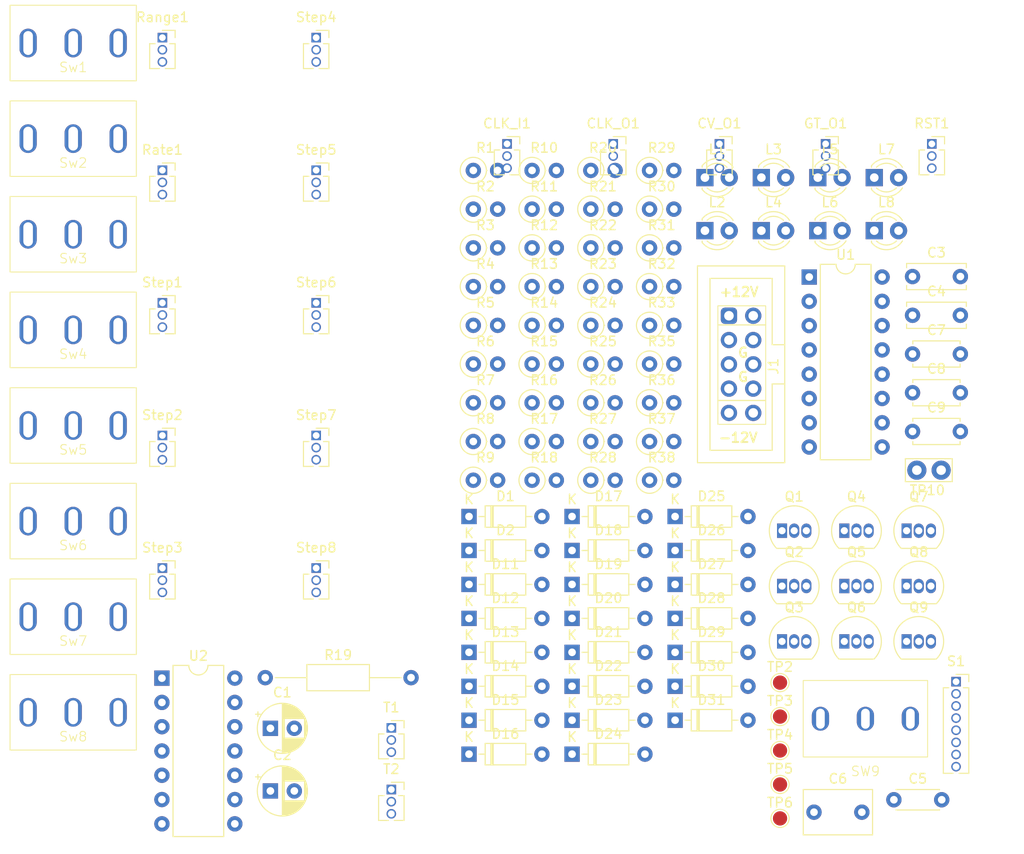
<source format=kicad_pcb>
(kicad_pcb (version 20221018) (generator pcbnew)
  (layers (0 "F.Cu" signal) (31 "B.Cu" signal) (34 "B.Paste" user) (35 "F.Paste" user) (36 "B.SilkS" user "B.Silkscreen") (37 "F.SilkS" user "F.Silkscreen") (38 "B.Mask" user) (39 "F.Mask" user) (44 "Edge.Cuts" user))
  (net 0 "")
  (net 1 "Earth")
  (net 2 "-12V")
  (net 3 "+12V")
  (net 4 "Net-(RST1-T)")
  (net 5 "Net-(D20-A)")
  (net 6 "Net-(U2A--)")
  (net 7 "Net-(CLK_I1-TN)")
  (net 8 "Net-(CLK_I1-T)")
  (net 9 "Net-(CLK_O1-T)")
  (net 11 "Net-(CV_O1-T)")
  (net 12 "/-12IN")
  (net 13 "Net-(D1-A)")
  (net 14 "Net-(D2-K)")
  (net 15 "/+12IN")
  (net 16 "Steps_CV_Out")
  (net 17 "Net-(D11-A)")
  (net 18 "Net-(D12-A)")
  (net 19 "Net-(D13-A)")
  (net 20 "Net-(D14-A)")
  (net 21 "Net-(D15-A)")
  (net 22 "Net-(D16-A)")
  (net 23 "Net-(D17-A)")
  (net 24 "Net-(D18-A)")
  (net 25 "Reset")
  (net 26 "Net-(D19-A)")
  (net 27 "Net-(D21-K)")
  (net 28 "Steps_Trig_Out")
  (net 29 "Net-(D22-A)")
  (net 30 "Net-(D23-A)")
  (net 31 "Net-(D24-A)")
  (net 32 "Net-(D25-A)")
  (net 33 "Net-(D26-A)")
  (net 34 "Net-(D27-A)")
  (net 35 "Net-(D28-A)")
  (net 36 "Net-(D29-A)")
  (net 37 "Clock")
  (net 38 "Net-(D30-A)")
  (net 39 "Net-(D31-K)")
  (net 40 "Net-(D31-A)")
  (net 41 "Net-(GT_O1-T)")
  (net 42 "Net-(L1-K)")
  (net 43 "Net-(L1-A)")
  (net 44 "Net-(L2-K)")
  (net 45 "Net-(L2-A)")
  (net 46 "Net-(L3-K)")
  (net 47 "Net-(L3-A)")
  (net 48 "Net-(L4-K)")
  (net 49 "Net-(L4-A)")
  (net 50 "Net-(L5-K)")
  (net 51 "Net-(L5-A)")
  (net 52 "Net-(L6-K)")
  (net 53 "Net-(L6-A)")
  (net 54 "Net-(L7-K)")
  (net 55 "Net-(L7-A)")
  (net 56 "Net-(L8-K)")
  (net 57 "Net-(L8-A)")
  (net 58 "Net-(Q1-B)")
  (net 59 "Net-(Q2-B)")
  (net 60 "Net-(Q3-B)")
  (net 61 "Net-(Q4-B)")
  (net 62 "Net-(Q5-B)")
  (net 63 "Net-(Q6-B)")
  (net 64 "Net-(Q7-B)")
  (net 65 "Net-(Q8-B)")
  (net 66 "Net-(Q9-E)")
  (net 67 "Step1")
  (net 68 "Step2")
  (net 69 "Step3")
  (net 70 "Step4")
  (net 71 "Step5")
  (net 72 "Step6")
  (net 73 "Step7")
  (net 74 "Step8")
  (net 75 "Net-(R19-Pad2)")
  (net 76 "Net-(U2D--)")
  (net 77 "Net-(U2A-+)")
  (net 78 "Net-(R25-Pad2)")
  (net 79 "Net-(U2C--)")
  (net 80 "Net-(SW9-C)")
  (net 81 "Net-(SW9-B)")
  (net 82 "Net-(R38-Pad2)")
  (net 83 "Net-(Range1-Pad1)")
  (net 84 "Net-(U2D-+)")
  (net 85 "Net-(Range1-Pad3)")
  (net 86 "Step9")
  (footprint "Resistor_THT:R_Axial_DIN0207_L6.3mm_D2.5mm_P2.54mm_Vertical" (layer "F.Cu") (at -44.605 35.555)
    (fp_text reference "R29" (at 1.27 -2.37) (layer "F.SilkS"))
    (fp_text value "47K")
    (pad "1" thru_hole circle (at 0 0) (size 1.6 1.6) (drill 0.8) (layers "*.Cu" "*.Mask") (net 1 "Earth"))
    (pad "2" thru_hole oval (at 2.54 0) (size 1.6 1.6) (drill 0.8) (layers "*.Cu" "*.Mask") (net 79 "Net-(U2C--)"))
  )
  (footprint "Diode_THT:D_DO-35_SOD27_P7.62mm_Horizontal" (layer "F.Cu") (at -52.705 89.505)
    (fp_text reference "D22" (at 3.81 -2.12) (layer "F.SilkS"))
    (fp_text value "1N4148")
    (fp_text user "K" (at 0 -1.8) (layer "F.SilkS"))
    (pad "1" thru_hole rect (at 0 0) (size 1.6 1.6) (drill 0.8) (layers "*.Cu" "*.Mask") (net 28 "Steps_Trig_Out"))
    (pad "2" thru_hole oval (at 7.62 0) (size 1.6 1.6) (drill 0.8) (layers "*.Cu" "*.Mask") (net 29 "Net-(D22-A)"))
  )
  (footprint "LED_THT:LED_D3.0mm" (layer "F.Cu") (at -32.915 41.855)
    (fp_text reference "L4" (at 1.27 -2.96) (layer "F.SilkS"))
    (fp_text value "LED")
    (pad "1" thru_hole rect (at 0 0) (size 1.8 1.8) (drill 0.9) (layers "*.Cu" "*.Mask") (net 48 "Net-(L4-K)"))
    (pad "2" thru_hole circle (at 2.54 0) (size 1.8 1.8) (drill 0.9) (layers "*.Cu" "*.Mask") (net 49 "Net-(L4-A)"))
  )
  (footprint "Resistor_THT:R_Axial_DIN0207_L6.3mm_D2.5mm_P2.54mm_Vertical" (layer "F.Cu") (at -56.885 59.855)
    (fp_text reference "R16" (at 1.27 -2.37) (layer "F.SilkS"))
    (fp_text value "100K")
    (pad "1" thru_hole circle (at 0 0) (size 1.6 1.6) (drill 0.8) (layers "*.Cu" "*.Mask") (net 72 "Step6"))
    (pad "2" thru_hole oval (at 2.54 0) (size 1.6 1.6) (drill 0.8) (layers "*.Cu" "*.Mask") (net 63 "Net-(Q6-B)"))
  )
  (footprint "Resistor_THT:R_Axial_DIN0207_L6.3mm_D2.5mm_P2.54mm_Vertical" (layer "F.Cu") (at -63.025 35.555)
    (fp_text reference "R1" (at 1.27 -2.37) (layer "F.SilkS"))
    (fp_text value "10R")
    (pad "1" thru_hole circle (at 0 0) (size 1.6 1.6) (drill 0.8) (layers "*.Cu" "*.Mask") (net 13 "Net-(D1-A)"))
    (pad "2" thru_hole oval (at 2.54 0) (size 1.6 1.6) (drill 0.8) (layers "*.Cu" "*.Mask") (net 2 "-12V"))
  )
  (footprint "Resistor_THT:R_Axial_DIN0207_L6.3mm_D2.5mm_P2.54mm_Vertical" (layer "F.Cu") (at -56.885 55.805)
    (fp_text reference "R15" (at 1.27 -2.37) (layer "F.SilkS"))
    (fp_text value "100K")
    (pad "1" thru_hole circle (at 0 0) (size 1.6 1.6) (drill 0.8) (layers "*.Cu" "*.Mask") (net 71 "Step5"))
    (pad "2" thru_hole oval (at 2.54 0) (size 1.6 1.6) (drill 0.8) (layers "*.Cu" "*.Mask") (net 62 "Net-(Q5-B)"))
  )
  (footprint "Diode_THT:D_DO-35_SOD27_P7.62mm_Horizontal" (layer "F.Cu") (at -52.705 78.855)
    (fp_text reference "D19" (at 3.81 -2.12) (layer "F.SilkS"))
    (fp_text value "1N4148")
    (fp_text user "K" (at 0 -1.8) (layer "F.SilkS"))
    (pad "1" thru_hole rect (at 0 0) (size 1.6 1.6) (drill 0.8) (layers "*.Cu" "*.Mask") (net 25 "Reset"))
    (pad "2" thru_hole oval (at 7.62 0) (size 1.6 1.6) (drill 0.8) (layers "*.Cu" "*.Mask") (net 26 "Net-(D19-A)"))
  )
  (footprint "Resistor_THT:R_Axial_DIN0207_L6.3mm_D2.5mm_P2.54mm_Vertical" (layer "F.Cu") (at -63.025 39.605)
    (fp_text reference "R2" (at 1.27 -2.37) (layer "F.SilkS"))
    (fp_text value "10R")
    (pad "1" thru_hole circle (at 0 0) (size 1.6 1.6) (drill 0.8) (layers "*.Cu" "*.Mask") (net 14 "Net-(D2-K)"))
    (pad "2" thru_hole oval (at 2.54 0) (size 1.6 1.6) (drill 0.8) (layers "*.Cu" "*.Mask") (net 3 "+12V"))
  )
  (footprint "Capacitor_THT:C_Disc_D4.7mm_W2.5mm_P5.00mm" (layer "F.Cu") (at -17.115 58.805)
    (fp_text reference "C8" (at 2.5 -2.5) (layer "F.SilkS"))
    (fp_text value "0.1uF")
    (pad "1" thru_hole circle (at 0 0) (size 1.6 1.6) (drill 0.8) (layers "*.Cu" "*.Mask") (net 3 "+12V"))
    (pad "2" thru_hole circle (at 5 0) (size 1.6 1.6) (drill 0.8) (layers "*.Cu" "*.Mask") (net 1 "Earth"))
  )
  (footprint "My_Library:SPDT ON-ON sw" (layer "F.Cu") (at -104.85 22.23)
    (fp_text reference "Sw1" (at 0 2.54 unlocked) (layer "F.SilkS") (effects (font (thickness 0.1))))
    (fp_text value "SP,DT")
    (pad "1" thru_hole oval (at -4.711275 -0.000725) (size 1.8 3) (drill oval 1 2.5) (layers "*.Cu" "*.Mask") (net 36 "Net-(D29-A)"))
    (pad "2" thru_hole oval (at 0 0) (size 1.8 3) (drill oval 1 2.5) (layers "*.Cu" "*.Mask") (net 67 "Step1"))
    (pad "3" thru_hole oval (at 4.701666 0.00006) (size 1.8 3) (drill oval 1 2.5) (layers "*.Cu" "*.Mask") (net 1 "Earth"))
  )
  (footprint "Package_TO_SOT_THT:TO-92_Inline" (layer "F.Cu") (at -17.735 84.815)
    (fp_text reference "Q9" (at 1.27 -3.56) (layer "F.SilkS"))
    (fp_text value "BC548")
    (pad "1" thru_hole rect (at 0 0) (size 1.05 1.5) (drill 0.75) (layers "*.Cu" "*.Mask") (net 3 "+12V"))
    (pad "2" thru_hole oval (at 1.27 0) (size 1.05 1.5) (drill 0.75) (layers "*.Cu" "*.Mask") (net 39 "Net-(D31-K)"))
    (pad "3" thru_hole oval (at 2.54 0) (size 1.05 1.5) (drill 0.75) (layers "*.Cu" "*.Mask") (net 66 "Net-(Q9-E)"))
  )
  (footprint "LED_THT:LED_D3.0mm" (layer "F.Cu") (at -27.015 36.305)
    (fp_text reference "L5" (at 1.27 -2.96) (layer "F.SilkS"))
    (fp_text value "LED")
    (pad "1" thru_hole rect (at 0 0) (size 1.8 1.8) (drill 0.9) (layers "*.Cu" "*.Mask") (net 50 "Net-(L5-K)"))
    (pad "2" thru_hole circle (at 2.54 0) (size 1.8 1.8) (drill 0.9) (layers "*.Cu" "*.Mask") (net 51 "Net-(L5-A)"))
  )
  (footprint "Package_TO_SOT_THT:TO-92_Inline" (layer "F.Cu") (at -30.755 73.235)
    (fp_text reference "Q1" (at 1.27 -3.56) (layer "F.SilkS"))
    (fp_text value "2N3904")
    (pad "1" thru_hole rect (at 0 0) (size 1.05 1.5) (drill 0.75) (layers "*.Cu" "*.Mask") (net 1 "Earth"))
    (pad "2" thru_hole oval (at 1.27 0) (size 1.05 1.5) (drill 0.75) (layers "*.Cu" "*.Mask") (net 58 "Net-(Q1-B)"))
    (pad "3" thru_hole oval (at 2.54 0) (size 1.05 1.5) (drill 0.75) (layers "*.Cu" "*.Mask") (net 42 "Net-(L1-K)"))
  )
  (footprint "Resistor_THT:R_Axial_DIN0207_L6.3mm_D2.5mm_P2.54mm_Vertical" (layer "F.Cu") (at -56.885 67.955)
    (fp_text reference "R18" (at 1.27 -2.37) (layer "F.SilkS"))
    (fp_text value "100K")
    (pad "1" thru_hole circle (at 0 0) (size 1.6 1.6) (drill 0.8) (layers "*.Cu" "*.Mask") (net 74 "Step8"))
    (pad "2" thru_hole oval (at 2.54 0) (size 1.6 1.6) (drill 0.8) (layers "*.Cu" "*.Mask") (net 65 "Net-(Q8-B)"))
  )
  (footprint "Resistor_THT:R_Axial_DIN0207_L6.3mm_D2.5mm_P2.54mm_Vertical" (layer "F.Cu") (at -44.605 47.705)
    (fp_text reference "R32" (at 1.27 -2.37) (layer "F.SilkS"))
    (fp_text value "47K")
    (pad "1" thru_hole circle (at 0 0) (size 1.6 1.6) (drill 0.8) (layers "*.Cu" "*.Mask") (net 1 "Earth"))
    (pad "2" thru_hole oval (at 2.54 0) (size 1.6 1.6) (drill 0.8) (layers "*.Cu" "*.Mask") (net 66 "Net-(Q9-E)"))
  )
  (footprint "Capacitor_THT:CP_Radial_D5.0mm_P2.50mm" (layer "F.Cu") (at -84.235225 93.905)
    (fp_text reference "C1" (at 1.25 -3.75) (layer "F.SilkS"))
    (fp_text value "47uF")
    (pad "1" thru_hole rect (at 0 0) (size 1.6 1.6) (drill 0.8) (layers "*.Cu" "*.Mask") (net 1 "Earth"))
    (pad "2" thru_hole circle (at 2.5 0) (size 1.6 1.6) (drill 0.8) (layers "*.Cu" "*.Mask") (net 2 "-12V"))
  )
  (footprint "Resistor_THT:R_Axial_DIN0207_L6.3mm_D2.5mm_P2.54mm_Vertical" (layer "F.Cu") (at -63.025 43.655)
    (fp_text reference "R3" (at 1.27 -2.37) (layer "F.SilkS"))
    (fp_text value "1K")
    (pad "1" thru_hole circle (at 0 0) (size 1.6 1.6) (drill 0.8) (layers "*.Cu" "*.Mask") (net 3 "+12V"))
    (pad "2" thru_hole oval (at 2.54 0) (size 1.6 1.6) (drill 0.8) (layers "*.Cu" "*.Mask") (net 43 "Net-(L1-A)"))
  )
  (footprint "Capacitor_THT:C_Disc_D4.3mm_W1.9mm_P5.00mm" (layer "F.Cu") (at -19.065 101.375)
    (fp_text reference "C5" (at 2.5 -2.2) (layer "F.SilkS"))
    (fp_text value "1nF")
    (pad "1" thru_hole circle (at 0 0) (size 1.6 1.6) (drill 0.8) (layers "*.Cu" "*.Mask") (net 4 "Net-(RST1-T)"))
    (pad "2" thru_hole circle (at 5 0) (size 1.6 1.6) (drill 0.8) (layers "*.Cu" "*.Mask") (net 5 "Net-(D20-A)"))
  )
  (footprint "TestPoint:TestPoint_Pad_D1.5mm" (layer "F.Cu") (at -30.965 99.775)
    (fp_text reference "TP5" (at 0 -1.648) (layer "F.SilkS"))
    (fp_text value "D")
    (pad "1" smd circle (at 0 0) (size 1.5 1.5) (layers "F.Cu" "F.Mask") (net 6 "Net-(U2A--)"))
  )
  (footprint "Connector_PinSocket_1.27mm:PinSocket_1x03_P1.27mm_Vertical" (layer "F.Cu") (at -71.595 93.855)
    (fp_text reference "T1" (at 0 -2.135) (layer "F.SilkS"))
    (fp_text value "10K")
    (pad "1" thru_hole rect (at 0 0) (size 1 1) (drill 0.7) (layers "*.Cu" "*.Mask") (net 75 "Net-(R19-Pad2)"))
    (pad "2" thru_hole oval (at 0 1.27) (size 1 1) (drill 0.7) (layers "*.Cu" "*.Mask") (net 83 "Net-(Range1-Pad1)"))
    (pad "3" thru_hole oval (at 0 2.54) (size 1 1) (drill 0.7) (layers "*.Cu" "*.Mask"))
  )
  (footprint "Capacitor_THT:C_Rect_L7.0mm_W4.5mm_P5.00mm" (layer "F.Cu") (at -27.415 102.675)
    (fp_text reference "C6" (at 2.5 -3.5) (layer "F.SilkS"))
    (fp_text value "1uF")
    (pad "1" thru_hole circle (at 0 0) (size 1.6 1.6) (drill 0.8) (layers "*.Cu" "*.Mask") (net 1 "Earth"))
    (pad "2" thru_hole circle (at 5 0) (size 1.6 1.6) (drill 0.8) (layers "*.Cu" "*.Mask") (net 6 "Net-(U2A--)"))
  )
  (footprint "Diode_THT:D_DO-35_SOD27_P7.62mm_Horizontal" (layer "F.Cu") (at -63.475 93.055)
    (fp_text reference "D15" (at 3.81 -2.12) (layer "F.SilkS"))
    (fp_text value "1N4148")
    (fp_text user "K" (at 0 -1.8) (layer "F.SilkS"))
    (pad "1" thru_hole rect (at 0 0) (size 1.6 1.6) (drill 0.8) (layers "*.Cu" "*.Mask") (net 16 "Steps_CV_Out"))
    (pad "2" thru_hole oval (at 7.62 0) (size 1.6 1.6) (drill 0.8) (layers "*.Cu" "*.Mask") (net 21 "Net-(D15-A)"))
  )
  (footprint "Resistor_THT:R_Axial_DIN0207_L6.3mm_D2.5mm_P2.54mm_Vertical" (layer "F.Cu") (at -44.605 55.805)
    (fp_text reference "R35" (at 1.27 -2.37) (layer "F.SilkS"))
    (fp_text value "200R")
    (pad "1" thru_hole circle (at 0 0) (size 1.6 1.6) (drill 0.8) (layers "*.Cu" "*.Mask") (net 66 "Net-(Q9-E)"))
    (pad "2" thru_hole oval (at 2.54 0) (size 1.6 1.6) (drill 0.8) (layers "*.Cu" "*.Mask") (net 41 "Net-(GT_O1-T)"))
  )
  (footprint "LED_THT:LED_D3.0mm" (layer "F.Cu") (at -27.015 41.855)
    (fp_text reference "L6" (at 1.27 -2.96) (layer "F.SilkS"))
    (fp_text value "LED")
    (pad "1" thru_hole rect (at 0 0) (size 1.8 1.8) (drill 0.9) (layers "*.Cu" "*.Mask") (net 52 "Net-(L6-K)"))
    (pad "2" thru_hole circle (at 2.54 0) (size 1.8 1.8) (drill 0.9) (layers "*.Cu" "*.Mask") (net 53 "Net-(L6-A)"))
  )
  (footprint "Diode_THT:D_DO-35_SOD27_P7.62mm_Horizontal" (layer "F.Cu") (at -63.475 75.305)
    (fp_text reference "D2" (at 3.81 -2.12) (layer "F.SilkS"))
    (fp_text value "1N5819")
    (fp_text user "K" (at 0 -1.8) (layer "F.SilkS"))
    (pad "1" thru_hole rect (at 0 0) (size 1.6 1.6) (drill 0.8) (layers "*.Cu" "*.Mask") (net 14 "Net-(D2-K)"))
    (pad "2" thru_hole oval (at 7.62 0) (size 1.6 1.6) (drill 0.8) (layers "*.Cu" "*.Mask") (net 15 "/+12IN"))
  )
  (footprint "Resistor_THT:R_Axial_DIN0207_L6.3mm_D2.5mm_P2.54mm_Vertical" (layer "F.Cu") (at -56.885 47.705)
    (fp_text reference "R13" (at 1.27 -2.37) (layer "F.SilkS"))
    (fp_text value "1K")
    (pad "1" thru_hole circle (at 0 0) (size 1.6 1.6) (drill 0.8) (layers "*.Cu" "*.Mask") (net 3 "+12V"))
    (pad "2" thru_hole oval (at 2.54 0) (size 1.6 1.6) (drill 0.8) (layers "*.Cu" "*.Mask") (net 55 "Net-(L7-A)"))
  )
  (footprint "My_Library:SPDT ON-ON sw" (layer "F.Cu") (at -104.85 72.23)
    (fp_text reference "Sw6" (at 0 2.54 unlocked) (layer "F.SilkS") (effects (font (thickness 0.1))))
    (fp_text value "SP,DT")
    (pad "1" thru_hole oval (at -4.711275 -0.000725) (size 1.8 3) (drill oval 1 2.5) (layers "*.Cu" "*.Mask") (net 31 "Net-(D24-A)"))
    (pad "2" thru_hole oval (at 0 0) (size 1.8 3) (drill oval 1 2.5) (layers "*.Cu" "*.Mask") (net 72 "Step6"))
    (pad "3" thru_hole oval (at 4.701666 0.00006) (size 1.8 3) (drill oval 1 2.5) (layers "*.Cu" "*.Mask") (net 1 "Earth"))
  )
  (footprint "Resistor_THT:R_Axial_DIN0207_L6.3mm_D2.5mm_P2.54mm_Vertical" (layer "F.Cu") (at -63.025 51.755)
    (fp_text reference "R5" (at 1.27 -2.37) (layer "F.SilkS"))
    (fp_text value "1K")
    (pad "1" thru_hole circle (at 0 0) (size 1.6 1.6) (drill 0.8) (layers "*.Cu" "*.Mask") (net 3 "+12V"))
    (pad "2" thru_hole oval (at 2.54 0) (size 1.6 1.6) (drill 0.8) (layers "*.Cu" "*.Mask") (net 45 "Net-(L2-A)"))
  )
  (footprint "LED_THT:LED_D3.0mm" (layer "F.Cu") (at -21.115 36.305)
    (fp_text reference "L7" (at 1.27 -2.96) (layer "F.SilkS"))
    (fp_text value "LED")
    (pad "1" thru_hole rect (at 0 0) (size 1.8 1.8) (drill 0.9) (layers "*.Cu" "*.Mask") (net 54 "Net-(L7-K)"))
    (pad "2" thru_hole circle (at 2.54 0) (size 1.8 1.8) (drill 0.9) (layers "*.Cu" "*.Mask") (net 55 "Net-(L7-A)"))
  )
  (footprint "Diode_THT:D_DO-35_SOD27_P7.62mm_Horizontal" (layer "F.Cu") (at -52.705 85.955)
    (fp_text reference "D21" (at 3.81 -2.12) (layer "F.SilkS"))
    (fp_text value "1N4148")
    (fp_text user "K" (at 0 -1.8) (layer "F.SilkS"))
    (pad "1" thru_hole rect (at 0 0) (size 1.6 1.6) (drill 0.8) (layers "*.Cu" "*.Mask") (net 27 "Net-(D21-K)"))
    (pad "2" thru_hole oval (at 7.62 0) (size 1.6 1.6) (drill 0.8) (layers "*.Cu" "*.Mask") (net 8 "Net-(CLK_I1-T)"))
  )
  (footprint "LED_THT:LED_D3.0mm" (layer "F.Cu") (at -38.815 36.305)
    (fp_text reference "L1" (at 1.27 -2.96) (layer "F.SilkS"))
    (fp_text value "LED")
    (pad "1" thru_hole rect (at 0 0) (size 1.8 1.8) (drill 0.9) (layers "*.Cu" "*.Mask") (net 42 "Net-(L1-K)"))
    (pad "2" thru_hole circle (at 2.54 0) (size 1.8 1.8) (drill 0.9) (layers "*.Cu" "*.Mask") (net 43 "Net-(L1-A)"))
  )
  (footprint "Resistor_THT:R_Axial_DIN0207_L6.3mm_D2.5mm_P2.54mm_Vertical" (layer "F.Cu") (at -44.605 67.955)
    (fp_text reference "R38" (at 1.27 -2.37) (layer "F.SilkS"))
    (fp_text value "4K3")
    (pad "1" thru_hole circle (at 0 0) (size 1.6 1.6) (drill 0.8) (layers "*.Cu" "*.Mask") (net 1 "Earth"))
    (pad "2" thru_hole oval (at 2.54 0) (size 1.6 1.6) (drill 0.8) (layers "*.Cu" "*.Mask") (net 82 "Net-(R38-Pad2)"))
  )
  (footprint "Resistor_THT:R_Axial_DIN0207_L6.3mm_D2.5mm_P2.54mm_Vertical" (layer "F.Cu") (at -50.745 55.805)
    (fp_text reference "R25" (at 1.27 -2.37) (layer "F.SilkS"))
    (fp_text value "6K8")
    (pad "1" thru_hole circle (at 0 0) (size 1.6 1.6) (drill 0.8) (layers "*.Cu" "*.Mask") (net 6 "Net-(U2A--)"))
    (pad "2" thru_hole oval (at 2.54 0) (size 1.6 1.6) (drill 0.8) (layers "*.Cu" "*.Mask") (net 78 "Net-(R25-Pad2)"))
  )
  (footprint "Connector_PinSocket_1.27mm:PinSocket_1x03_P1.27mm_Vertical" (layer "F.Cu") (at -79.45 21.665)
    (fp_text reference "Step4" (at 0 -2.135) (layer "F.SilkS"))
    (fp_text value "100K")
    (pad "1" thru_hole rect (at 0 0) (size 1 1) (drill 0.7) (layers "*.Cu" "*.Mask") (net 70 "Step4"))
    (pad "2" thru_hole oval (at 0 1.27) (size 1 1) (drill 0.7) (layers "*.Cu" "*.Mask") (net 20 "Net-(D14-A)"))
    (pad "3" thru_hole oval (at 0 2.54) (size 1 1) (drill 0.7) (layers "*.Cu" "*.Mask") (net 1 "Earth"))
  )
  (footprint "Diode_THT:D_DO-35_SOD27_P7.62mm_Horizontal" (layer "F.Cu") (at -41.935 75.305)
    (fp_text reference "D26" (at 3.81 -2.12) (layer "F.SilkS"))
    (fp_text value "1N4148")
    (fp_text user "K" (at 0 -1.8) (layer "F.SilkS"))
    (pad "1" thru_hole rect (at 0 0) (size 1.6 1.6) (drill 0.8) (layers "*.Cu" "*.Mask") (net 28 "Steps_Trig_Out"))
    (pad "2" thru_hole oval (at 7.62 0) (size 1.6 1.6) (drill 0.8) (layers "*.Cu" "*.Mask") (net 33 "Net-(D26-A)"))
  )
  (footprint "Connector_PinSocket_1.27mm:PinSocket_1x03_P1.27mm_Vertical" (layer "F.Cu") (at -26.2 32.78)
    (fp_text reference "GT_O1" (at 0 -2.135) (layer "F.SilkS"))
    (fp_text value "3.5 Mono")
    (pad "1" thru_hole rect (at 0 0) (size 1 1) (drill 0.7) (layers "*.Cu" "*.Mask") (net 1 "Earth"))
    (pad "2" thru_hole oval (at 0 1.27) (size 1 1) (drill 0.7) (layers "*.Cu" "*.Mask") (net 1 "Earth"))
    (pad "3" thru_hole oval (at 0 2.54) (size 1 1) (drill 0.7) (layers "*.Cu" "*.Mask") (net 41 "Net-(GT_O1-T)"))
  )
  (footprint "Diode_THT:D_DO-35_SOD27_P7.62mm_Horizontal" (layer "F.Cu") (at -41.935 89.505)
    (fp_text reference "D30" (at 3.81 -2.12) (layer "F.SilkS"))
    (fp_text value "1N4148")
    (fp_text user "K" (at 0 -1.8) (layer "F.SilkS"))
    (pad "1" thru_hole rect (at 0 0) (size 1.6 1.6) (drill 0.8) (layers "*.Cu" "*.Mask") (net 37 "Clock"))
    (pad "2" thru_hole oval (at 7.62 0) (size 1.6 1.6) (drill 0.8) (layers "*.Cu" "*.Mask") (net 38 "Net-(D30-A)"))
  )
  (footprint "Capacitor_THT:C_Disc_D4.7mm_W2.5mm_P5.00mm" (layer "F.Cu") (at -17.115 54.755)
    (fp_text reference "C7" (at 2.5 -2.5) (layer "F.SilkS"))
    (fp_text value "0.1uF")
    (pad "1" thru_hole circle (at 0 0) (size 1.6 1.6) (drill 0.8) (layers "*.Cu" "*.Mask") (net 3 "+12V"))
    (pad "2" thru_hole circle (at 5 0) (size 1.6 1.6) (drill 0.8) (layers "*.Cu" "*.Mask") (net 1 "Earth"))
  )
  (footprint "Connector_PinSocket_1.27mm:PinSocket_1x03_P1.27mm_Vertical" (layer "F.Cu") (at -15.1 32.78)
    (fp_text reference "RST1" (at 0 -2.135) (layer "F.SilkS"))
    (fp_text value "3.5 Mono")
    (pad "1" thru_hole rect (at 0 0) (size 1 1) (drill 0.7) (layers "*.Cu" "*.Mask") (net 1 "Earth"))
    (pad "2" thru_hole oval (at 0 1.27) (size 1 1) (drill 0.7) (layers "*.Cu" "*.Mask") (net 1 "Earth"))
    (pad "3" thru_hole oval (at 0 2.54) (size 1 1) (drill 0.7) (layers "*.Cu" "*.Mask") (net 4 "Net-(RST1-T)"))
  )
  (footprint "Resistor_THT:R_Axial_DIN0207_L6.3mm_D2.5mm_P2.54mm_Vertical" (layer "F.Cu") (at -50.745 63.905)
    (fp_text reference "R27" (at 1.27 -2.37) (layer "F.SilkS"))
    (fp_text value "100K")
    (pad "1" thru_hole circle (at 0 0) (size 1.6 1.6) (drill 0.8) (layers "*.Cu" "*.Mask") (net 28 "Steps_Trig_Out"))
    (pad "2" thru_hole oval (at 2.54 0) (size 1.6 1.6) (drill 0.8) (layers "*.Cu" "*.Mask") (net 38 "Net-(D30-A)"))
  )
  (footprint "Resistor_THT:R_Axial_DIN0207_L6.3mm_D2.5mm_P2.54mm_Vertical" (layer "F.Cu") (at -50.745 35.555)
    (fp_text reference "R20" (at 1.27 -2.37) (layer "F.SilkS"))
    (fp_text value "1K")
    (pad "1" thru_hole circle (at 0 0) (size 1.6 1.6) (drill 0.8) (layers "*.Cu" "*.Mask") (net 76 "Net-(U2D--)"))
    (pad "2" thru_hole oval (at 2.54 0) (size 1.6 1.6) (drill 0.8) (layers "*.Cu" "*.Mask") (net 11 "Net-(CV_O1-T)"))
  )
  (footprint "Package_TO_SOT_THT:TO-92_Inline" (layer "F.Cu") (at -24.245 79.025)
    (fp_text reference "Q5" (at 1.27 -3.56) (layer "F.SilkS"))
    (fp_text value "2N3904")
    (pad "1" thru_hole rect (at 0 0) (size 1.05 1.5) (drill 0.75) (layers "*.Cu" "*.Mask") (net 1 "Earth"))
    (pad "2" thru_hole oval (at 1.27 0) (size 1.05 1.5) (drill 0.75) (layers "*.Cu" "*.Mask") (net 62 "Net-(Q5-B)"))
    (pad "3" thru_hole oval (at 2.54 0) (size 1.05 1.5) (drill 0.75) (layers "*.Cu" "*.Mask") (net 50 "Net-(L5-K)"))
  )
  (footprint "Package_TO_SOT_THT:TO-92_Inline" (layer "F.Cu") (at -24.245 73.235)
    (fp_text reference "Q4" (at 1.27 -3.56) (layer "F.SilkS"))
    (fp_text value "2N3904")
    (pad "1" thru_hole rect (at 0 0) (size 1.05 1.5) (drill 0.75) (layers "*.Cu" "*.Mask") (net 1 "Earth"))
    (pad "2" thru_hole oval (at 1.27 0) (size 1.05 1.5) (drill 0.75) (layers "*.Cu" "*.Mask") (net 61 "Net-(Q4-B)"))
    (pad "3" thru_hole oval (at 2.54 0) (size 1.05 1.5) (drill 0.75) (layers "*.Cu" "*.Mask") (net 48 "Net-(L4-K)"))
  )
  (footprint "Resistor_THT:R_Axial_DIN0207_L6.3mm_D2.5mm_P2.54mm_Vertical" (layer "F.Cu") (at -44.605 43.655)
    (fp_text reference "R31" (at 1.27 -2.37) (layer "F.SilkS"))
    (fp_text value "100K")
    (pad "1" thru_hole circle (at 0 0) (size 1.6 1.6) (drill 0.8) (layers "*.Cu" "*.Mask") (net 39 "Net-(D31-K)"))
    (pad "2" thru_hole oval (at 2.54 0) (size 1.6 1.6) (drill 0.8) (layers "*.Cu" "*.Mask") (net 1 "Earth"))
  )
  (footprint "Package_TO_SOT_THT:TO-92_Inline" (layer "F.Cu") (at -30.755 84.815)
    (fp_text reference "Q3" (at 1.27 -3.56) (layer "F.SilkS"))
    (fp_text value "2N3904")
    (pad "1" thru_hole rect (at 0 0) (size 1.05 1.5) (drill 0.75) (layers "*.Cu" "*.Mask") (net 1 "Earth"))
    (pad "2" thru_hole oval (at 1.27 0) (size 1.05 1.5) (drill 0.75) (layers "*.Cu" "*.Mask") (net 60 "Net-(Q3-B)"))
    (pad "3" thru_hole oval (at 2.54 0) (size 1.05 1.5) (drill 0.75) (layers "*.Cu" "*.Mask") (net 46 "Net-(L3-K)"))
  )
  (footprint "Resistor_THT:R_Axial_DIN0207_L6.3mm_D2.5mm_P2.54mm_Vertical" (layer "F.Cu") (at -50.745 47.705)
    (fp_text reference "R23" (at 1.27 -2.37) (layer "F.SilkS"))
    (fp_text value "100K")
    (pad "1" thru_hole circle (at 0 0) (size 1.6 1.6) (drill 0.8) (layers "*.Cu" "*.Mask") (net 1 "Earth"))
    (pad "2" thru_hole oval (at 2.54 0) (size 1.6 1.6) (drill 0.8) (layers "*.Cu" "*.Mask") (net 77 "Net-(U2A-+)"))
  )
  (footprint "Resistor_THT:R_Axial_DIN0207_L6.3mm_D2.5mm_P2.54mm_Vertical" (layer "F.Cu") (at -63.025 47.705)
    (fp_text reference "R4" (at 1.27 -2.37) (layer "F.SilkS"))
    (fp_text value "100K")
    (pad "1" thru_hole circle (at 0 0) (size 1.6 1.6) (drill 0.8) (layers "*.Cu" "*.Mask") (net 67 "Step1"))
    (pad "2" thru_hole oval (at 2.54 0) (size 1.6 1.6) (drill 0.8) (layers "*.Cu" "*.Mask") (net 58 "Net-(Q1-B)"))
  )
  (footprint "Diode_THT:D_DO-35_SOD27_P7.62mm_Horizontal" (layer "F.Cu") (at -41.935 82.405)
    (fp_text reference "D28" (at 3.81 -2.12) (layer "F.SilkS"))
    (fp_text value "1N4148")
    (fp_text user "K" (at 0 -1.8) (layer "F.SilkS"))
    (pad "1" thru_hole rect (at 0 0) (size 1.6 1.6) (drill 0.8) (layers "*.Cu" "*.Mask") (net 28 "Steps_Trig_Out"))
    (pad "2" thru_hole oval (at 7.62 0) (size 1.6 1.6) (drill 0.8) (layers "*.Cu" "*.Mask") (net 35 "Net-(D28-A)"))
  )
  (footprint "TestPoint:TestPoint_Bridge_Pitch2.54mm_Drill1.0mm" (layer "F.Cu") (at -16.665 66.905)
    (fp_text reference "TP10" (at 1.1 2.1) (layer "F.SilkS"))
    (fp_text value "GRD")
    (pad "1" thru_hole circle (at 0 0) (size 2 2) (drill 1) (layers "*.Cu" "*.Mask") (net 1 "Earth"))
    (pad "1" thru_hole circle (at 2.54 0) (size 2 2) (drill 1) (layers "*.Cu" "*.Mask") (net 1 "Earth"))
  )
  (footprint "Diode_THT:D_DO-35_SOD27_P7.62mm_Horizontal" (layer "F.Cu") (at -63.475 78.855)
    (fp_text reference "D11" (at 3.81 -2.12) (layer "F.SilkS"))
    (fp_text value "1N4148")
    (fp_text user "K" (at 0 -1.8) (layer "F.SilkS"))
    (pad "1" thru_hole rect (at 0 0) (size 1.6 1.6) (drill 0.8) (layers "*.Cu" "*.Mask") (net 16 "Steps_CV_Out"))
    (pad "2" thru_hole oval (at 7.62 0) (size 1.6 1.6) (drill 0.8) (layers "*.Cu" "*.Mask") (net 17 "Net-(D11-A)"))
  )
  (footprint "Resistor_THT:R_Axial_DIN0207_L6.3mm_D2.5mm_P2.54mm_Vertical" (layer "F.Cu") (at -63.025 67.955)
    (fp_text reference "R9" (at 1.27 -2.37) (layer "F.SilkS"))
    (fp_text value "100K")
    (pad "1" thru_hole circle (at 0 0) (size 1.6 1.6) (drill 0.8) (layers "*.Cu" "*.Mask") (net 69 "Step3"))
    (pad "2" thru_hole oval (at 2.54 0) (size 1.6 1.6) (drill 0.8) (layers "*.Cu" "*.Mask") (net 60 "Net-(Q3-B)"))
  )
  (footprint "Diode_THT:D_DO-35_SOD27_P7.62mm_Horizontal" (layer "F.Cu") (at -41.935 93.055)
    (fp_text reference "D31" (at 3.81 -2.12) (layer "F.SilkS"))
    (fp_text value "1N4148")
    (fp_text user "K" (at 0 -1.8) (layer "F.SilkS"))
    (pad "1" thru_hole rect (at 0 0) (size 1.6 1.6) (drill 0.8) (layers "*.Cu" "*.Mask") (net 39 "Net-(D31-K)"))
    (pad "2" thru_hole oval (at 7.62 0) (size 1.6 1.6) (drill 0.8) (layers "*.Cu" "*.Mask") (net 40 "Net-(D31-A)"))
  )
  (footprint "My_Library:SPDT_Momentary" (layer "F.Cu") (at -22.04 98.9)
    (fp_text reference "SW9" (at 0 -0.5 unlocked) (layer "F.SilkS") (effects (font (thickness 0.1))))
    (fp_text value "SW_Push_SPDT")
    (pad "1" thru_hole oval (at -4.7 -6) (size 1.8 2.5) (drill oval 0.9 2.1) (layers "*.Cu" "*.Mask") (net 1 "Earth"))
    (pad "2" thru_hole oval (at 0 -6) (size 1.8 2.5) (drill oval 0.9 2.1) (layers "*.Cu" "*.Mask") (net 81 "Net-(SW9-B)"))
    (pad "3" thru_hole oval (at 4.7 -6) (size 1.8 2.5) (drill oval 0.9 2.1) (layers "*.Cu" "*.Mask") (net 80 "Net-(SW9-C)"))
  )
  (footprint "TestPoint:TestPoint_Pad_D1.5mm" (layer "F.Cu") (at -30.965 89.125)
    (fp_text reference "TP2" (at 0 -1.648) (layer "F.SilkS"))
    (fp_text value "B")
    (pad "1" smd circle (at 0 0) (size 1.5 1.5) (layers "F.Cu" "F.Mask") (net 84 "Net-(U2D-+)"))
  )
  (footprint "Diode_THT:D_DO-35_SOD27_P7.62mm_Horizontal" (layer "F.Cu") (at -63.475 89.505)
    (fp_text reference "D14" (at 3.81 -2.12) (layer "F.SilkS"))
    (fp_text value "1N4148")
    (fp_text user "K" (at 0 -1.8) (layer "F.SilkS"))
    (pad "1" thru_hole rect (at 0 0) (size 1.6 1.6) (drill 0.8) (layers "*.Cu" "*.Mask") (net 16 "Steps_CV_Out"))
    (pad "2" thru_hole oval (at 7.62 0) (size 1.6 1.6) (drill 0.8) (layers "*.Cu" "*.Mask") (net 20 "Net-(D14-A)"))
  )
  (footprint "Connector_PinSocket_1.27mm:PinSocket_1x03_P1.27mm_Vertical" (layer "F.Cu") (at -71.595 100.305)
    (fp_text reference "T2" (at 0 -2.135) (layer "F.SilkS"))
    (fp_text value "2K")
    (pad "1" thru_hole rect (at 0 0) (size 1 1) (drill 0.7) (layers "*.Cu" "*.Mask") (net 85 "Net-(Range1-Pad3)"))
    (pad "2" thru_hole oval (at 0 1.27) (size 1 1) (drill 0.7) (layers "*.Cu" "*.Mask") (net 82 "Net-(R38-Pad2)"))
    (pad "3" thru_hole oval (at 0 2.54) (size 1 1) (drill 0.7) (layers "*.Cu" "*.Mask"))
  )
  (footprint "My_Library:SPDT ON-ON sw" (layer "F.Cu") (at -104.85 82.23)
    (fp_text reference "Sw7" (at 0 2.54 unlocked) (layer "F.SilkS") (effects (font (thickness 0.1))))
    (fp_text value "SP,DT")
    (pad "1" thru_hole oval (at -4.711275 -0.000725) (size 1.8 3) (drill oval 1 2.5) (layers "*.Cu" "*.Mask") (net 30 "Net-(D23-A)"))
    (pad "2" thru_hole oval (at 0 0) (size 1.8 3) (drill oval 1 2.5) (layers "*.Cu" "*.Mask") (net 73 "Step7"))
    (pad "3" thru_hole oval (at 4.701666 0.00006) (size 1.8 3) (drill oval 1 2.5) (layers "*.Cu" "*.Mask") (net 1 "Earth"))
  )
  (footprint "Resistor_THT:R_Axial_DIN0207_L6.3mm_D2.5mm_P2.54mm_Vertical" (layer "F.Cu") (at -56.885 39.605)
    (fp_text reference "R11" (at 1.27 -2.37) (layer "F.SilkS"))
    (fp_text value "1K")
    (pad "1" thru_hole circle (at 0 0) (size 1.6 1.6) (drill 0.8) (layers "*.Cu" "*.Mask") (net 3 "+12V"))
    (pad "2" thru_hole oval (at 2.54 0) (size 1.6 1.6) (drill 0.8) (layers "*.Cu" "*.Mask") (net 51 "Net-(L5-A)"))
  )
  (footprint "Resistor_THT:R_Axial_DIN0207_L6.3mm_D2.5mm_P2.54mm_Vertical" (layer "F.Cu") (at -56.885 51.755)
    (fp_text reference "R14" (at 1.27 -2.37) (layer "F.SilkS"))
    (fp_text value "1K")
    (pad "1" thru_hole circle (at 0 0) (size 1.6 1.6) (drill 0.8) (layers "*.Cu" "*.Mask") (net 3 "+12V"))
    (pad "2" thru_hole oval (at 2.54 0) (size 1.6 1.6) (drill 0.8) (layers "*.Cu" "*.Mask") (net 57 "Net-(L8-A)"))
  )
  (footprint "My_Library:SPDT ON-ON sw" (layer "F.Cu") (at -104.85 52.23)
    (fp_text reference "Sw4" (at 0 2.54 unlocked) (layer "F.SilkS") (effects (font (thickness 0.1))))
    (fp_text value "SP,DT")
    (pad "1" thru_hole oval (at -4.711275 -0.000725) (size 1.8 3) (drill oval 1 2.5) (layers "*.Cu" "*.Mask") (net 33 "Net-(D26-A)"))
    (pad "2" thru_hole oval (at 0 0) (size 1.8 3) (drill oval 1 2.5) (layers "*.Cu" "*.Mask") (net 70 "Step4"))
    (pad "3" thru_hole oval (at 4.701666 0.00006) (size 1.8 3) (drill oval 1 2.5) (layers "*.Cu" "*.Mask") (net 1 "Earth"))
  )
  (footprint "LED_THT:LED_D3.0mm" (layer "F.Cu") (at -21.115 41.855)
    (fp_text reference "L8" (at 1.27 -2.96) (layer "F.SilkS"))
    (fp_text value "LED")
    (pad "1" thru_hole rect (at 0 0) (size 1.8 1.8) (drill 0.9) (layers "*.Cu" "*.Mask") (net 56 "Net-(L8-K)"))
    (pad "2" thru_hole circle (at 2.54 0) (size 1.8 1.8) (drill 0.9) (layers "*.Cu" "*.Mask") (net 57 "Net-(L8-A)"))
  )
  (footprint "Diode_THT:D_DO-35_SOD27_P7.62mm_Horizontal" (layer "F.Cu") (at -52.705 96.605)
    (fp_text reference "D24" (at 3.81 -2.12) (layer "F.SilkS"))
    (fp_text value "1N4148")
    (fp_text user "K" (at 0 -1.8) (layer "F.SilkS"))
    (pad "1" thru_hole rect (at 0 0) (size 1.6 1.6) (drill 0.8) (layers "*.Cu" "*.Mask") (net 28 "Steps_Trig_Out"))
    (pad "2" thru_hole oval (at 7.62 0) (size 1.6 1.6) (drill 0.8) (layers "*.Cu" "*.Mask") (net 31 "Net-(D24-A)"))
  )
  (footprint "Capacitor_THT:C_Disc_D4.7mm_W2.5mm_P5.00mm" (layer "F.Cu") (at -17.115 62.855)
    (fp_text reference "C9" (at 2.5 -2.5) (layer "F.SilkS"))
    (fp_text value "0.1uF")
    (pad "1" thru_hole circle (at 0 0) (size 1.6 1.6) (drill 0.8) (layers "*.Cu" "*.Mask") (net 2 "-12V"))
    (pad "2" thru_hole circle (at 5 0) (size 1.6 1.6) (drill 0.8) (layers "*.Cu" "*.Mask") (net 1 "Earth"))
  )
  (footprint "TestPoint:TestPoint_Pad_D1.5mm" (layer "F.Cu") (at -30.965 103.325)
    (fp_text reference "TP6" (at 0 -1.648) (layer "F.SilkS"))
    (fp_text value "C")
    (pad "1" smd circle (at 0 0) (size 1.5 1.5) (layers "F.Cu" "F.Mask") (net 25 "Reset"))
  )
  (footprint "LED_THT:LED_D3.0mm" (layer "F.Cu") (at -38.815 41.855)
    (fp_text reference "L2" (at 1.27 -2.96) (layer "F.SilkS"))
    (fp_text value "LED")
    (pad "1" thru_hole rect (at 0 0) (size 1.8 1.8) (drill 0.9) (layers "*.Cu" "*.Mask") (net 44 "Net-(L2-K)"))
    (pad "2" thru_hole circle (at 2.54 0) (size 1.8 1.8) (drill 0.9) (layers "*.Cu" "*.Mask") (net 45 "Net-(L2-A)"))
  )
  (footprint "Connector_PinSocket_1.27mm:PinSocket_1x03_P1.27mm_Vertical" (layer "F.Cu") (at -79.45 49.405)
    (fp_text reference "Step6" (at 0 -2.135) (layer "F.SilkS"))
    (fp_text value "100K")
    (pad "1" thru_hole rect (at 0 0) (size 1 1) (drill 0.7) (layers "*.Cu" "*.Mask") (net 72 "Step6"))
    (pad "2" thru_hole oval (at 0 1.27) (size 1 1) (drill 0.7) (layers "*.Cu" "*.Mask") (net 22 "Net-(D16-A)"))
    (pad "3" thru_hole oval (at 0 2.54) (size 1 1) (drill 0.7) (layers "*.Cu" "*.Mask") (net 1 "Earth"))
  )
  (footprint "TestPoint:TestPoint_Pad_D1.5mm" (layer "F.Cu") (at -30.965 96.225)
    (fp_text reference "TP4" (at 0 -1.648) (layer "F.SilkS"))
    (fp_text value "E")
    (pad "1" smd circle (at 0 0) (size 1.5 1.5) (layers "F.Cu" "F.Mask") (net 37 "Clock"))
  )
  (footprint "Package_TO_SOT_THT:TO-92_Inline" (layer "F.Cu") (at -17.735 79.025)
    (fp_text reference "Q8" (at 1.27 -3.56) (layer "F.SilkS"))
    (fp_text value "2N3904")
    (pad "1" thru_hole rect (at 0 0) (size 1.05 1.5) (drill 0.75) (layers "*.Cu" "*.Mask") (net 1 "Earth"))
    (pad "2" thru_hole oval (at 1.27 0) (size 1.05 1.5) (drill 0.75) (layers "*.Cu" "*.Mask") (net 65 "Net-(Q8-B)"))
    (pad "3" thru_hole oval (at 2.54 0) (size 1.05 1.5) (drill 0.75) (layers "*.Cu" "*.Mask") (net 56 "Net-(L8-K)"))
  )
  (footprint "Resistor_THT:R_Axial_DIN0207_L6.3mm_D2.5mm_P2.54mm_Vertical" (layer "F.Cu") (at -56.885 63.905)
    (fp_text reference "R17" (at 1.27 -2.37) (layer "F.SilkS"))
    (fp_text value "100K")
    (pad "1" thru_hole circle (at 0 0) (size 1.6 1.6) (drill 0.8) (layers "*.Cu" "*.Mask") (net 73 "Step7"))
    (pad "2" thru_hole oval (at 2.54 0) (size 1.6 1.6) (drill 0.8) (layers "*.Cu" "*.Mask") (net 64 "Net-(Q7-B)"))
  )
  (footprint "Resistor_THT:R_Axial_DIN0207_L6.3mm_D2.5mm_P15.24mm_Horizontal" (layer "F.Cu") (at -84.775 88.605)
    (fp_text reference "R19" (at 7.62 -2.37) (layer "F.SilkS"))
    (fp_text value "30K")
    (pad "1" thru_hole circle (at 0 0) (size 1.6 1.6) (drill 0.8) (layers "*.Cu" "*.Mask") (net 16 "Steps_CV_Out"))
    (pad "2" thru_hole oval (at 15.24 0) (size 1.6 1.6) (drill 0.8) (layers "*.Cu" "*.Mask") (net 75 "Net-(R19-Pad2)"))
  )
  (footprint "Diode_THT:D_DO-35_SOD27_P7.62mm_Horizontal" (layer "F.Cu") (at -63.475 96.605)
    (fp_text reference "D16" (at 3.81 -2.12) (layer "F.SilkS"))
    (fp_text value "1N4148")
    (fp_text user "K" (at 0 -1.8) (layer "F.SilkS"))
    (pad "1" thru_hole rect (at 0 0) (size 1.6 1.6) (drill 0.8) (layers "*.Cu" "*.Mask") (net 16 "Steps_CV_Out"))
    (pad "2" thru_hole oval (at 7.62 0) (size 1.6 1.6) (drill 0.8) (layers "*.Cu" "*.Mask") (net 22 "Net-(D16-A)"))
  )
  (footprint "Connector_PinSocket_1.27mm:PinSocket_1x03_P1.27mm_Vertical" (layer "F.Cu") (at -95.525 21.665)
    (fp_text reference "Range1" (at 0 -2.135) (layer "F.SilkS"))
    (fp_text value "20K")
    (pad "1" thru_hole rect (at 0 0) (size 1 1) (drill 0.7) (layers "*.Cu" "*.Mask") (net 83 "Net-(Range1-Pad1)"))
    (pad "2" thru_hole oval (at 0 1.27) (size 1 1) (drill 0.7) (layers "*.Cu" "*.Mask") (net 84 "Net-(U2D-+)"))
    (pad "3" thru_hole oval (at 0 2.54) (size 1 1) (drill 0.7) (layers "*.Cu" "*.Mask") (net 85 "Net-(Range1-Pad3)"))
  )
  (footprint "Resistor_THT:R_Axial_DIN0207_L6.3mm_D2.5mm_P2.54mm_Vertical" (layer "F.Cu") (at -56.885 35.555)
    (fp_text reference "R10" (at 1.27 -2.37) (layer "F.SilkS"))
    (fp_text value "100K")
    (pad "1" thru_hole circle (at 0 0) (size 1.6 1.6) (drill 0.8) (layers "*.Cu" "*.Mask") (net 70 "Step4"))
    (pad "2" thru_hole oval (at 2.54 0) (size 1.6 1.6) (drill 0.8) (layers "*.Cu" "*.Mask") (net 61 "Net-(Q4-B)"))
  )
  (footprint "Connector_PinSocket_1.27mm:PinSocket_1x03_P1.27mm_Vertical" (layer "F.Cu") (at -59.5 32.78)
    (fp_text reference "CLK_I1" (at 0 -2.135) (layer "F.SilkS"))
    (fp_text value "3.5 Mono")
    (pad "1" thru_hole rect (at 0 0) (size 1 1) (drill 0.7) (layers "*.Cu" "*.Mask") (net 1 "Earth"))
    (pad "2" thru_hole oval (at 0 1.27) (size 1 1) (drill 0.7) (layers "*.Cu" "*.Mask") (net 7 "Net-(CLK_I1-TN)"))
    (pad "3" thru_hole oval (at 0 2.54) (size 1 1) (drill 0.7) (layers "*.Cu" "*.Mask") (net 8 "Net-(CLK_I1-T)"))
  )
  (footprint "Package_TO_SOT_THT:TO-92_Inline" (layer "F.Cu") (at -17.735 73.235)
    (fp_text reference "Q7" (at 1.27 -3.56) (layer "F.SilkS"))
    (fp_text value "2N3904")
    (pad "1" thru_hole rect (at 0 0) (size 1.05 1.5) (drill 0.75) (layers "*.Cu" "*.Mask") (net 1 "Earth"))
    (pad "2" thru_hole oval (at 1.27 0) (size 1.05 1.5) (drill 0.75) (layers "*.Cu" "*.Mask") (net 64 "Net-(Q7-B)"))
    (pad "3" thru_hole oval (at 2.54 0) (size 1.05 1.5) (drill 0.75) (layers "*.Cu" "*.Mask") (net 54 "Net-(L7-K)"))
  )
  (footprint "Package_DIP:DIP-16_W7.62mm" (layer "F.Cu") (at -27.915 46.705)
    (fp_text reference "U1" (at 3.81 -2.33) (layer "F.SilkS"))
    (fp_text value "4017")
    (pad "1" thru_hole rect (at 0 0) (size 1.6 1.6) (drill 0.8) (layers "*.Cu" "*.Mask") (net 72 "Step6"))
    (pad "2" thru_hole oval (at 0 2.54) (size 1.6 1.6) (drill 0.8) (layers "*.Cu" "*.Mask") (net 68 "Step2"))
    (pad "3" thru_hole oval (at 0 5.08) (size 1.6 1.6) (drill 0.8) (layers "*.Cu" "*.Mask") (net 67 "Step1"))
    (pad "4" thru_hole oval (at 0 7.62) (size 1.6 1.6) (drill 0.8) (layers "*.Cu" "*.Mask") (net 69 "Step3"))
    (pad "5" thru_hole oval (at 0 10.16) (size 1.6 1.6) (drill 0.8) (layers "*.Cu" "*.Mask") (net 73 "Step7"))
    (pad "6" thru_hole oval (at 0 12.7) (size 1.6 1.6) (drill 0.8) (layers "*.Cu" "*.Mask") (net 74 "Step8"))
    (pad "7" thru_hole oval (at 0 15.24) (size 1.6 1.6) (drill 0.8) (layers "*.Cu" "*.Mask") (net 70 "Step4"))
    (pad "8" thru_hole oval (at 0 17.78) (size 1.6 1.6) (drill 0.8) (layers "*.Cu" "*.Mask") (net 1 "Earth"))
    (pad "9" thru_hole oval (at 7.62 17.78) (size 1.6 1.6) (drill 0.8) (layers "*.Cu" "*.Mask") (net 86 "Step9"))
    (pad "10" thru_hole oval (at 7.62 15.24) (size 1.6 1.6) (drill 0.8) (layers "*.Cu" "*.Mask") (net 71 "Step5"))
    (pad "11" thru_hole oval (at 7.62 12.7) (size 1.6 1.6) (drill 0.8) (layers "*.Cu" "*.Mask"))
    (pad "12" thru_hole oval (at 7.62 10.16) (size 1.6 1.6) (drill 0.8) (layers "*.Cu" "*.Mask"))
    (pad "13" thru_hole oval (at 7.62 7.62) (size 1.6 1.6) (drill 0.8) (layers "*.Cu" "*.Mask") (net 81 "Net-(SW9-B)"))
    (pad "14" thru_hole oval (at 7.62 5.08) (size 1.6 1.6) (drill 0.8) (layers "*.Cu" "*.Mask") (net 37 "Clock"))
    (pad "15" thru_hole oval (at 7.62 2.54) (size 1.6 1.6) (drill 0.8) (layers "*.Cu" "*.Mask") (net 25 "Reset"))
    (pad "16" thru_hole oval (at 7.62 0) (size 1.6 1.6) (drill 0.8) (layers "*.Cu" "*.Mask") (net 3 "+12V"))
  )
  (footprint "Capacitor_THT:C_Disc_D6.0mm_W2.5mm_P5.00mm" (layer "F.Cu") (at -17.115 46.655)
    (fp_text reference "C3" (at 2.5 -2.5) (layer "F.SilkS"))
    (fp_text value "0.1uF")
    (pad "1" thru_hole circle (at 0 0) (size 1.6 1.6) (drill 0.8) (layers "*.Cu" "*.Mask") (net 2 "-12V"))
    (pad "2" thru_hole circle (at 5 0) (size 1.6 1.6) (drill 0.8) (layers "*.Cu" "*.Mask") (net 1 "Earth"))
  )
  (footprint "My_Library:SPDT ON-ON sw" (layer "F.Cu") (at -104.85 62.23)
    (fp_text reference "Sw5" (at 0 2.54 unlocked) (layer "F.SilkS") (effects (font (thickness 0.1))))
    (fp_text value "SP,DT")
    (pad "1" thru_hole oval (at -4.711275 -0.000725) (size 1.8 3) (drill oval 1 2.5) (layers "*.Cu" "*.Mask") (net 32 "Net-(D25-A)"))
    (pad "2" thru_hole oval (at 0 0) (size 1.8 3) (drill oval 1 2.5) (layers "*.Cu" "*.Mask") (net 71 "Step5"))
    (pad "3" thru_hole oval (at 4.701666 0.00006) (size 1.8 3) (drill oval 1 2.5) (layers "*.Cu" "*.Mask") (net 1 "Earth"))
  )
  (footprint "Resistor_THT:R_Axial_DIN0207_L6.3mm_D2.5mm_P2.54mm_Vertical" (layer "F.Cu") (at -63.025 59.855)
    (fp_text reference "R7" (at 1.27 -2.37) (layer "F.SilkS"))
    (fp_text value "1K")
    (pad "1" thru_hole circle (at 0 0) (size 1.6 1.6) (drill 0.8) (layers "*.Cu" "*.Mask") (net 3 "+12V"))
    (pad "2" thru_hole oval (at 2.54 0) (size 1.6 1.6) (drill 0.8) (layers "*.Cu" "*.Mask") (net 47 "Net-(L3-A)"))
  )
  (footprint "Resistor_THT:R_Axial_DIN0207_L6.3mm_D2.5mm_P2.54mm_Vertical" (layer "F.Cu") (at -50.745 51.755)
    (fp_text reference "R24" (at 1.27 -2.37) (layer "F.SilkS"))
    (fp_text value "100K")
    (pad "1" thru_hole circle (at 0 0) (size 1.6 1.6) (drill 0.8) (layers "*.Cu" "*.Mask") (net 7 "Net-(CLK_I1-TN)"))
    (pad "2" thru_hole oval (at 2.54 0) (size 1.6 1.6) (drill 0.8) (layers "*.Cu" "*.Mask") (net 77 "Net-(U2A-+)"))
  )
  (footprint "Resistor_THT:R_Axial_DIN0207_L6.3mm_D2.5mm_P2.54mm_Vertical" (layer "F.Cu") (at -63.025 55.805)
    (fp_text reference "R6" (at 1.27 -2.37) (layer "F.SilkS"))
    (fp_text value "100K")
    (pad "1" thru_hole circle (at 0 0) (size 1.6 1.6) (drill 0.8) (layers "*.Cu" "*.Mask") (net 68 "Step2"))
    (pad "2" thru_hole oval (at 2.54 0) (size 1.6 1.6) (drill 0.8) (layers "*.Cu" "*.Mask") (net 59 "Net-(Q2-B)"))
  )
  (footprint "Package_TO_SOT_THT:TO-92_Inline" (layer "F.Cu") (at -24.245 84.815)
    (fp_text reference "Q6" (at 1.27 -3.56) (layer "F.SilkS"))
    (fp_text value "2N3904")
    (pad "1" thru_hole rect (at 0 0) (size 1.05 1.5) (drill 0.75) (layers "*.Cu" "*.Mask") (net 1 "Earth"))
    (pad "2" thru_hole oval (at 1.27 0) (size 1.05 1.5) (drill 0.75) (layers "*.Cu" "*.Mask") (net 63 "Net-(Q6-B)"))
    (pad "3" thru_hole oval (at 2.54 0) (size 1.05 1.5) (drill 0.75) (layers "*.Cu" "*.Mask") (net 52 "Net-(L6-K)"))
  )
  (footprint "Connector_PinSocket_1.27mm:PinSocket_1x03_P1.27mm_Vertical" (layer "F.Cu") (at -95.525 77.145)
    (fp_text reference "Step3" (at 0 -2.135) (layer "F.SilkS"))
    (fp_text value "100K")
    (pad "1" thru_hole rect (at 0 0) (size 1 1) (drill 0.7) (layers "*.Cu" "*.Mask") (net 69 "Step3"))
    (pad "2" thru_hole oval (at 0 1.27) (size 1 1) (drill 0.7) (layers "*.Cu" "*.Mask") (net 19 "Net-(D13-A)"))
    (pad "3" thru_hole oval (at 0 2.54) (size 1 1) (drill 0.7) (layers "*.Cu" "*.Mask") (net 1 "Earth"))
  )
  (footprint "Diode_THT:D_DO-35_SOD27_P7.62mm_Horizontal" (layer "F.Cu") (at -41.935 78.855)
    (fp_text reference "D27" (at 3.81 -2.12) (layer "F.SilkS"))
    (fp_text value "1N4148")
    (fp_text user "K" (at 0 -1.8) (layer "F.SilkS"))
    (pad "1" thru_hole rect (at 0 0) (size 1.6 1.6) (drill 0.8) (layers "*.Cu" "*.Mask") (net 28 "Steps_Trig_Out"))
    (pad "2" thru_hole oval (at 7.62 0) (size 1.6 1.6) (drill 0.8) (layers "*.Cu" "*.Mask") (net 34 "Net-(D27-A)"))
  )
  (footprint "Resistor_THT:R_Axial_DIN0207_L6.3mm_D2.5mm_P2.54mm_Vertical" (layer "F.Cu") (at -56.885 43.655)
    (fp_text reference "R12" (at 1.27 -2.37) (layer "F.SilkS"))
    (fp_text value "1K")
    (pad "1" thru_hole circle (at 0 0) (size 1.6 1.6) (drill 0.8) (layers "*.Cu" "*.Mask") (net 3 "+12V"))
    (pad "2" thru_hole oval (at 2.54 0) (size 1.6 1.6) (drill 0.8) (layers "*.Cu" "*.Mask") (net 53 "Net-(L6-A)"))
  )
  (footprint "Diode_THT:D_DO-35_SOD27_P7.62mm_Horizontal" (layer "F.Cu") (at -41.935 85.955)
    (fp_text reference "D29" (at 3.81 -2.12) (layer "F.SilkS"))
    (fp_text value "1N4148")
    (fp_text user "K" (at 0 -1.8) (layer "F.SilkS"))
    (pad "1" thru_hole rect (at 0 0) (size 1.6 1.6) (drill 0.8) (layers "*.Cu" "*.Mask") (net 28 "Steps_Trig_Out"))
    (pad "2" thru_hole oval (at 7.62 0) (size 1.6 1.6) (drill 0.8) (layers "*.Cu" "*.Mask") (net 36 "Net-(D29-A)"))
  )
  (footprint "Resistor_THT:R_Axial_DIN0207_L6.3mm_D2.5mm_P2.54mm_Vertical" (layer "F.Cu") (at -44.605 39.605)
    (fp_text reference "R30" (at 1.27 -2.37) (layer "F.SilkS"))
    (fp_text value "100K")
    (pad "1" thru_hole circle (at 0 0) (size 1.6 1.6) (drill 0.8) (layers "*.Cu" "*.Mask") (net 79 "Net-(U2C--)"))
    (pad "2" thru_hole oval (at 2.54 0) (size 1.6 1.6) (drill 0.8) (layers "*.Cu" "*.Mask") (net 3 "+12V"))
  )
  (footprint "Capacitor_THT:C_Disc_D6.0mm_W2.5mm_P5.00mm" (layer "F.Cu") (at -17.115 50.705)
    (fp_text reference "C4" (at 2.5 -2.5) (layer "F.SilkS"))
    (fp_text value "0.1uF")
    (pad "1" thru_hole circle (at 0 0) (size 1.6 1.6) (drill 0.8) (layers "*.Cu" "*.Mask") (net 1 "Earth"))
    (pad "2" thru_hole circle (at 5 0) (size 1.6 1.6) (drill 0.8) (layers "*.Cu" "*.Mask") (net 3 "+12V"))
  )
  (footprint "LED_THT:LED_D3.0mm" (layer "F.Cu") (at -32.915 36.305)
    (fp_text reference "L3" (at 1.27 -2.96) (layer "F.SilkS"))
    (fp_text value "LED")
    (pad "1" thru_hole rect (at 0 0) (size 1.8 1.8) (drill 0.9) (layers "*.Cu" "*.Mask") (net 46 "Net-(L3-K)"))
    (pad "2" thru_hole circle (at 2.54 0) (size 1.8 1.8) (drill 0.9) (layers "*.Cu" "*.Mask") (net 47 "Net-(L3-A)"))
  )
  (footprint "My_Library:SPDT ON-ON sw" (layer "F.Cu") (at -104.85 42.23)
    (fp_text reference "Sw3" (at 0 2.54 unlocked) (layer "F.SilkS") (effects (font (thickness 0.1))))
    (fp_text value "SP,DT")
    (pad "1" thru_hole oval (at -4.711275 -0.000725) (size 1.8 3) (drill oval 1 2.5) (layers "*.Cu" "*.Mask") (net 34 "Net-(D27-A)"))
    (pad "2" thru_hole oval (at 0 0) (size 1.8 3) (drill oval 1 2.5) (layers "*.Cu" "*.Mask") (net 69 "Step3"))
    (pad "3" thru_hole oval (at 4.701666 0.00006) (size 1.8 3) (drill oval 1 2.5) (layers "*.Cu" "*.Mask") (net 1 "Earth"))
  )
  (footprint "Connector_PinSocket_1.27mm:PinSocket_1x03_P1.27mm_Vertical" (layer "F.Cu") (at -37.3 32.78)
    (fp_text reference "CV_O1" (at 0 -2.135) (layer "F.SilkS"))
    (fp_text value "CV")
    (pad "1" thru_hole rect (at 0 0) (size 1 1) (drill 0.7) (layers "*.Cu" "*.Mask") (net 1 "Earth"))
    (pad "2" thru_hole oval (at 0 1.27) (size 1 1) (drill 0.7) (layers "*.Cu" "*.Mask"))
    (pad "3" thru_hole oval (at 0 2.54) (size 1 1) (drill 0.7) (layers "*.Cu" "*.Mask") (net 11 "Net-(CV_O1-T)"))
  )
  (footprint "Resistor_THT:R_Axial_DIN0207_L6.3mm_D2.5mm_P2.54mm_Vertical" (layer "F.Cu") (at -44.605 63.905)
    (fp_text reference "R37" (at 1.27 -2.37) (layer "F.SilkS"))
    (fp_text value "100K")
    (pad "1" thru_hole circle (at 0 0) (size 1.6 1.6) (drill 0.8) (layers "*.Cu" "*.Mask") (net 1 "Earth"))
    (pad "2" thru_hole oval (at 2.54 0) (size 1.6 1.6) (drill 0.8) (layers "*.Cu" "*.Mask") (net 81 "Net-(SW9-B)"))
  )
  (footprint "Package_DIP:DIP-14_W7.62mm" (layer "F.Cu") (at -95.575 88.655)
    (fp_text reference "U2" (at 3.81 -2.33) (layer "F.SilkS"))
    (fp_text value "TL074")
    (pad "1" thru_hole rect (at 0 0) (size 1.6 1.6) (drill 0.8) (layers "*.Cu" "*.Mask") (net 7 "Net-(CLK_I1-TN)"))
    (pad "2" thru_hole oval (at 0 2.54) (size 1.6 1.6) (drill 0.8) (layers "*.Cu" "*.Mask") (net 6 "Net-(U2A--)"))
    (pad "3" thru_hole oval (at 0 5.08) (size 1.6 1.6) (drill 0.8) (layers "*.Cu" "*.Mask") (net 77 "Net-(U2A-+)"))
    (pad "4" thru_hole oval (at 0 7.62) (size 1.6 1.6) (drill 0.8) (layers "*.Cu" "*.Mask") (net 3 "+12V"))
    (pad "5" thru_hole oval (at 0 10.16) (size 1.6 1.6) (drill 0.8) (layers "*.Cu" "*.Mask") (net 27 "Net-(D21-K)"))
    (pad "6" thru_hole oval (at 0 12.7) (size 1.6 1.6) (drill 0.8) (layers "*.Cu" "*.Mask") (net 37 "Clock"))
    (pad "7" thru_hole oval (at 0 15.24) (size 1.6 1.6) (drill 0.8) (layers "*.Cu" "*.Mask") (net 37 "Clock"))
    (pad "8" thru_hole oval (at 7.62 15.24) (size 1.6 1.6) (drill 0.8) (layers "*.Cu" "*.Mask") (net 40 "Net-(D31-A)"))
    (pad "9" thru_hole oval (at 7.62 12.7) (size 1.6 1.6) (drill 0.8) (layers "*.Cu" "*.Mask") (net 79 "Net-(U2C--)"))
    (pad "10" thru_hole oval (at 7.62 10.16) (size 1.6 1.6) (drill 0.8) (layers "*.Cu" "*.Mask") (net 37 "Clock"))
    (pad "11" thru_hole oval (at 7.62 7.62) (size 1.6 1.6) (drill 0.8) (layers "*.Cu" "*.Mask") (net 2 "-12V"))
    (pad "12" thru_hole oval (at 7.62 5.08) (size 1.6 1.6) (drill 0.8) (layers "*.Cu" "*.Mask") (net 84 "Net-(U2D-+)"))
    (pad "13" thru_hole oval (at 7.62 2.54) (size 1.6 1.6) (drill 0.8) (layers "*.Cu" "*.Mask") (net 76 "Net-(U2D--)"))
    (pad "14" thru_hole oval (at 7.62 0) (size 1.6 1.6) (drill 0.8) (layers "*.Cu" "*.Mask") (net 76 "Net-(U2D--)"))
  )
  (footprint "Package_TO_SOT_THT:TO-92_Inline" (layer "F.Cu") (at -30.755 79.025)
    (fp_text reference "Q2" (at 1.27 -3.56) (layer "F.SilkS"))
    (fp_text value "2N3904")
    (pad "1" thru_hole rect (at 0 0) (size 1.05 1.5) (drill 0.75) (layers "*.Cu" "*.Mask") (net 1 "Earth"))
    (pad "2" thru_hole oval (at 1.27 0) (size 1.05 1.5) (drill 0.75) (layers "*.Cu" "*.Mask") (net 59 "Net-(Q2-B)"))
    (pad "3" thru_hole oval (at 2.54 0) (size 1.05 1.5) (drill 0.75) (layers "*.Cu" "*.Mask") (net 44 "Net-(L2-K)"))
  )
  (footprint "Capacitor_THT:CP_Radial_D5.0mm_P2.50mm" (layer "F.Cu") (at -84.235225 100.455)
    (fp_text reference "C2" (at 1.25 -3.75) (layer "F.SilkS"))
    (fp_text value "47uF")
    (pad "1" thru_hole rect (at 0 0) (size 1.6 1.6) (drill 0.8) (layers "*.Cu" "*.Mask") (net 3 "+12V"))
    (pad "2" thru_hole circle (at 2.5 0) (size 1.6 1.6) (drill 0.8) (layers "*.Cu" "*.Mask") (net 1 "Earth"))
  )
  (footprint "Diode_THT:D_DO-35_SOD27_P7.62mm_Horizontal" (layer "F.Cu") (at -52.705 75.305)
    (fp_text reference "D18" (at 3.81 -2.12) (layer "F.SilkS"))
    (fp_text value "1N4148")
    (fp_text user "K" (at 0 -1.8) (layer "F.SilkS"))
    (pad "1" thru_hole rect (at 0 0) (size 1.6 1.6) (drill 0.8) (layers "*.Cu" "*.Mask") (net 16 "Steps_CV_Out"))
    (pad "2" thru_hole oval (at 7.62 0) (size 1.6 1.6) (drill 0.8) (layers "*.Cu" "*.Mask") (net 24 "Net-(D18-A)"))
  )
  (footprint "My_Library:SPDT ON-ON sw" (layer "F.Cu") (at -104.85 32.23)
    (fp_text reference "Sw2" (at 0 2.54 unlocked) (layer "F.SilkS") (effects (font (thickness 0.1))))
    (fp_text value "SP,DT")
    (pad "1" thru_hole oval (at -4.711275 -0.000725) (size 1.8 3) (drill oval 1 2.5) (layers "*.Cu" "*.Mask") (net 35 "Net-(D28-A)"))
    (pad "2" thru_hole oval (at 0 0) (size 1.8 3) (drill oval 1 2.5) (layers "*.Cu" "*.Mask") (net 68 "Step2"))
    (pad "3" thru_hole oval (at 4.701666 0.00006) (size 1.8 3) (drill oval 1 2.5) (layers "*.Cu" "*.Mask") (net 1 "Earth"))
  )
  (footprint "Resistor_THT:R_Axial_DIN0207_L6.3mm_D2.5mm_P2.54mm_Vertical" (layer "F.Cu") (at -50.745 67.955)
    (fp_text reference "R28" (at 1.27 -2.37) (layer "F.SilkS"))
    (fp_text value "100K")
    (pad "1" thru_hole circle (at 0 0) (size 1.6 1.6) (drill 0.8) (layers "*.Cu" "*.Mask") (net 37 "Clock"))
    (pad "2" thru_hole oval (at 2.54 0) (size 1.6 1.6) (drill 0.8) (layers "*.Cu" "*.Mask") (net 1 "Earth"))
  )
  (footprint "Connector_PinSocket_1.27mm:PinSocket_1x03_P1.27mm_Vertical" (layer "F.Cu") (at -48.4 32.78)
    (fp_text reference "CLK_O1" (at 0 -2.135) (layer "F.SilkS"))
    (fp_text value "3.5 Mono")
    (pad "1" thru_hole rect (at 0 0) (size 1 1) (drill 0.7) (layers "*.Cu" "*.Mask") (net 1 "Earth"))
    (pad "2" thru_hole oval (at 0 1.27) (size 1 1) (drill 0.7) (layers "*.Cu" "*.Mask") (net 1 "Earth"))
    (pad "3" thru_hole oval (at 0 2.54) (size 1 1) (drill 0.7) (layers "*.Cu" "*.Mask") (net 9 "Net-(CLK_O1-T)"))
  )
  (footprint "Resistor_THT:R_Axial_DIN0207_L6.3mm_D2.5mm_P2.54mm_Vertical" (layer "F.Cu") (at -44.605 51.755)
    (fp_text reference "R33" (at 1.27 -2.37) (layer "F.SilkS"))
    (fp_text value "1K")
    (pad "1" thru_hole circle (at 0 0) (size 1.6 1.6) (drill 0.8) (layers "*.Cu" "*.Mask") (net 37 "Clock"))
    (pad "2" thru_hole oval (at 2.54 0) (size 1.6 1.6) (drill 0.8) (layers "*.Cu" "*.Mask") (net 9 "Net-(CLK_O1-T)"))
  )
  (footprint "Diode_THT:D_DO-35_SOD27_P7.62mm_Horizontal" (layer "F.Cu") (at -41.935 71.755)
    (fp_text reference "D25" (at 3.81 -2.12) (layer "F.SilkS"))
    (fp_text value "1N4148")
    (fp_text user "K" (at 0 -1.8) (layer "F.SilkS"))
    (pad "1" thru_hole rect (at 0 0) (size 1.6 1.6) (drill 0.8) (layers "*.Cu" "*.Mask") (net 28 "Steps_Trig_Out"))
    (pad "2" thru_hole oval (at 7.62 0) (size 1.6 1.6) (drill 0.8) (layers "*.Cu" "*.Mask") (net 32 "Net-(D25-A)"))
  )
  (footprint "Resistor_THT:R_Axial_DIN0207_L6.3mm_D2.5mm_P2.54mm_Vertical" (layer "F.Cu") (at -50.745 39.605)
    (fp_text reference "R21" (at 1.27 -2.37) (layer "F.SilkS"))
    (fp_text value "100K")
    (pad "1" thru_hole circle (at 0 0) (size 1.6 1.6) (drill 0.8) (layers "*.Cu" "*.Mask") (net 1 "Earth"))
    (pad "2" thru_hole oval (at 2.54 0) (size 1.6 1.6) (drill 0.8) (layers "*.Cu" "*.Mask") (net 25 "Reset"))
  )
  (footprint "TestPoint:TestPoint_Pad_D1.5mm" (layer "F.Cu") (at -30.965 92.675)
    (fp_text reference "TP3" (at 0 -1.648) (layer "F.SilkS"))
    (fp_text value "E")
    (pad "1" smd circle (at 0 0) (size 1.5 1.5) (layers "F.Cu" "F.Mask") (net 28 "Steps_Trig_Out"))
  )
  (footprint "Connector_PinSocket_1.27mm:PinSocket_1x03_P1.27mm_Vertical" (layer "F.Cu") (at -95.525 63.275)
    (fp_text reference "Step2" (at 0 -2.135) (layer "F.SilkS"))
    (fp_text value "100K")
    (pad "1" thru_hole rect (at 0 0) (size 1 1) (drill 0.7) (layers "*.Cu" "*.Mask") (net 68 "Step2"))
    (pad "2" thru_hole oval (at 0 1.27) (size 1 1) (drill 0.7) (layers "*.Cu" "*.Mask") (net 18 "Net-(D12-A)"))
    (pad "3" thru_hole oval (at 0 2.54) (size 1 1) (drill 0.7) (layers "*.Cu" "*.Mask") (net 1 "Earth"))
  )
  (footprint "Diode_THT:D_DO-35_SOD27_P7.62mm_Horizontal" (layer "F.Cu") (at -63.475 71.755)
    (fp_text reference "D1" (at 3.81 -2.12) (layer "F.SilkS"))
    (fp_text value "1N5819")
    (fp_text user "K" (at 0 -1.8) (layer "F.SilkS"))
    (pad "1" thru_hole rect (at 0 0) (size 1.6 1.6) (drill 0.8) (layers "*.Cu" "*.Mask") (net 12 "/-12IN"))
    (pad "2" thru_hole oval (at 7.62 0) (size 1.6 1.6) (drill 0.8) (layers "*.Cu" "*.Mask") (net 13 "Net-(D1-A)"))
  )
  (footprint "Diode_THT:D_DO-35_SOD27_P7.62mm_Horizontal" (layer "F.Cu") (at -52.705 71.755)
    (fp_text reference "D17" (at 3.81 -2.12) (layer "F.SilkS"))
    (fp_text value "1N4148")
    (fp_text user "K" (at 0 -1.8) (layer "F.SilkS"))
    (pad "1" thru_hole rect (at 0 0) (size 1.6 1.6) (drill 0.8) (layers "*.Cu" "*.Mask") (net 16 "Steps_CV_Out"))
    (pad "2" thru_hole oval (at 7.62 0) (size 1.6 1.6) (drill 0.8) (layers "*.Cu" "*.Mask") (net 23 "Net-(D17-A)"))
  )
  (footprint "Connector_PinSocket_1.27mm:PinSocket_1x03_P1.27mm_Vertical" (layer "F.Cu") (at -79.45 35.535)
    (fp_text reference "Step5" (at 0 -2.135) (layer "F.SilkS"))
    (fp_text value "100K")
    (pad "1" thru_hole rect (at 0 0) (size 1 1) (drill 0.7) (layers "*.Cu" "*.Mask") (net 71 "Step5"))
    (pad "2" thru_hole oval (at 0 1.27) (size 1 1) (drill 0.7) (layers "*.Cu" "*.Mask") (net 21 "Net-(D15-A)"))
    (pad "3" thru_hole oval (at 0 2.54) (size 1 1) (drill 0.7) (layers "*.Cu" "*.Mask") (net 1 "Earth"))
  )
  (footprint "Resistor_THT:R_Axial_DIN0207_L6.3mm_D2.5mm_P2.54mm_Vertical" (layer "F.Cu") (at -44.605 59.855)
    (fp_text reference "R36" (at 1.27 -2.37) (layer "F.SilkS"))
    (fp_text value "68k")
    (pad "1" thru_hole circle (at 0 0) (size 1.6 1.6) (drill 0.8) (layers "*.Cu" "*.Mask") (net 3 "+12V"))
    (pad "2" thru_hole oval (at 2.54 0) (size 1.6 1.6) (drill 0.8) (layers "*.Cu" "*.Mask") (net 80 "Net-(SW9-C)"))
  )
  (footprint "My_Library:Eurorack Power (IDC p=2.54)_Text" (layer "F.Cu") (at -35.465 50.755)
    (fp_text reference "J1" (at 3.81 5.28 270) (layer "F.SilkS"))
    (fp_text value "IDC 2x5")
    (fp_text user "G" (at 0 4.445 unlocked) (layer "F.SilkS") (effects (font (thickness 0.2) bold) (justify left bottom)))
    (fp_text user "G" (at 0 6.985 unlocked) (layer "F.SilkS") (effects (font (thickness 0.2) bold) (justify left bottom)))
    (fp_text user "+12V" (at -1.905 -1.905 unlocked) (layer "F.SilkS") (effects (font (thickness 0.2) bold) (justify left bottom)))
    (fp_text user "-12V" (at -2 13.335 unlocked) (layer "F.SilkS") (effects (font (thickness 0.2) bold) (justify left bottom)))
    (pad "1" thru_hole roundrect (at -0.84 0 180) (size 1.7 1.7) (drill 1) (layers "*.Cu" "*.Mask") (net 15 "/+12IN"))
    (pad "2" thru_hole circle (at 1.7 0 180) (size 1.7 1.7) (drill 1) (layers "*.Cu" "*.Mask") (net 15 "/+12IN"))
    (pad "3" thru_hole circle (at -0.84 2.54 180) (size 1.7 1.7) (drill 1) (layers "*.Cu" "*.Mask") (net 1 "Earth"))
    (pad "4" thru_hole circle (at 1.7 2.54 180) (size 1.7 1.7) (drill 1) (layers "*.Cu" "*.Mask") (net 1 "Earth"))
    (pad "5" thru_hole circle (at -0.84 5.08 180) (size 1.7 1.7) (drill 1) (layers "*.Cu" "*.Mask") (net 1 "Earth"))
    (pad "6" thru_hole circle (at 1.7 5.08 180) (size 1.7 1.7) (drill 1) (layers "*.Cu" "*.Mask") (net 1 "Earth"))
    (pad "7" thru_hole circle (at -0.84 7.62 180) (size 1.7 1.7) (drill 1) (layers "*.Cu" "*.Mask") (net 1 "Earth"))
    (pad "8" thru_hole circle (at 1.7 7.62 180) (size 1.7 1.7) (drill 1) (layers "*.Cu" "*.Mask") (net 1 "Earth"))
    (pad "9" thru_hole circle (at -0.84 10.16 180) (size 1.7 1.7) (drill 1) (layers "*.Cu" "*.Mask") (net 12 "/-12IN"))
    (pad "10" thru_hole circle (at 1.7 10.16 180) (size 1.7 1.7) (drill 1) (layers "*.Cu" "*.Mask") (net 12 "/-12IN"))
  )
  (footprint "Connector_PinSocket_1.27mm:PinSocket_1x03_P1.27mm_Vertical" (layer "F.Cu") (at -95.525 49.405)
    (fp_text reference "Step1" (at 0 -2.135) (layer "F.SilkS"))
    (fp_text value "100K")
    (pad "1" thru_hole rect (at 0 0) (size 1 1) (drill 0.7) (layers "*.Cu" "*.Mask") (net 67 "Step1"))
    (pad "2" thru_hole oval (at 0 1.27) (size 1 1) (drill 0.7) (layers "*.Cu" "*.Mask") (net 17 "Net-(D11-A)"))
    (pad "3" thru_hole oval (at 0 2.54) (size 1 1) (drill 0.7) (layers "*.Cu" "*.Mask") (net 1 "Earth"))
  )
  (footprint "Resistor_THT:R_Axial_DIN0207_L6.3mm_D2.5mm_P2.54mm_Vertical" (layer "F.Cu") (at -50.745 43.655)
    (fp_text reference "R22" (at 1.27 -2.37) (layer "F.SilkS"))
    (fp_text value "100K")
    (pad "1" thru_hole circle (at 0 0) (size 1.6 1.6) (drill 0.8) (layers "*.Cu" "*.Mask") (net 1 "Earth"))
    (pad "2" thru_hole oval (at 2.54 0) (size 1.6 1.6) (drill 0.8) (layers "*.Cu" "*.Mask") (net 5 "Net-(D20-A)"))
  )
  (footprint "Resistor_THT:R_Axial_DIN0207_L6.3mm_D2.5mm_P2.54mm_Vertical" (layer "F.Cu") (at -63.025 63.905)
    (fp_text reference "R8" (at 1.27 -2.37) (layer "F.SilkS"))
    (fp_text value "1K")
    (pad "1" thru_hole circle (at 0 0) (size 1.6 1.6) (drill 0.8) (layers "*.Cu" "*.Mask") (net 3 "+12V"))
    (pad "2" thru_hole oval (at 2.54 0) (size 1.6 1.6) (drill 0.8) (layers "*.Cu" "*.Mask") (net 49 "Net-(L4-A)"))
  )
  (footprint "Connector_PinSocket_1.27mm:PinSocket_1x03_P1.27mm_Vertical" (layer "F.Cu") (at -79.45 63.275)
    (fp_text reference "Step7" (at 0 -2.135) (layer "F.SilkS"))
    (fp_text value "100K")
    (pad "1" thru_hole rect (at 0 0) (size 1 1) (drill 0.7) (layers "*.Cu" "*.Mask") (net 73 "Step7"))
    (pad "2" thru_hole oval (at 0 1.27) (size 1 1) (drill 0.7) (layers "*.Cu" "*.Mask") (net 23 "Net-(D17-A)"))
    (pad "3" thru_hole oval (at 0 2.54) (size 1 1) (drill 0.7) (layers "*.Cu" "*.Mask") (net 1 "Earth"))
  )
  (footprint "Connector_PinSocket_1.27mm:PinSocket_1x03_P1.27mm_Vertical" (layer "F.Cu") (at -95.525 35.535)
    (fp_text reference "Rate1" (at 0 -2.135) (layer "F.SilkS"))
    (fp_text value "250K")
    (pad "1" thru_hole rect (at 0 0) (size 1 1) (drill 0.7) (layers "*.Cu" "*.Mask") (net 78 "Net-(R25-Pad2)"))
    (pad "2" thru_hole oval (at 0 1.27) (size 1 1) (drill 0.7) (layers "*.Cu" "*.Mask") (net 7 "Net-(CLK_I1-TN)"))
    (pad "3" thru_hole oval (at 0 2.54) (size 1 1) (drill 0.7) (layers "*.Cu" "*.Mask") (net 7 "Net-(CLK_I1-TN)"))
  )
  (footprint "Diode_THT:D_DO-35_SOD27_P7.62mm_Horizontal" (layer "F.Cu") (at -52.705 93.055)
    (fp_text reference "D23" (at 3.81 -2.12) (layer "F.SilkS"))
    (fp_text value "1N4148")
    (fp_text user "K" (at 0 -1.8) (layer "F.SilkS"))
    (pad "1" thru_hole rect (at 0 0) (size 1.6 1.6) (drill 0.8) (layers "*.Cu" "*.Mask") (net 28 "Steps_Trig_Out"))
    (pad "2" thru_hole oval (at 7.62 0) (size 1.6 1.6) (drill 0.8) (layers "*.Cu" "*.Mask") (net 30 "Net-(D23-A)"))
  )
  (footprint "Resistor_THT:R_Axial_DIN0207_L6.3mm_D2.5mm_P2.54mm_Vertical" (layer "F.Cu") (at -50.745 59.855)
    (fp_text reference "R26" (at 1.27 -2.37) (layer "F.SilkS"))
    (fp_text value "100K")
    (pad "1" thru_hole circle (at 0 0) (size 1.6 1.6) (drill 0.8) (layers "*.Cu" "*.Mask") (net 27 "Net-(D21-K)"))
    (pad "2" thru_hole oval (at 2.54 0) (size 1.6 1.6) (drill 0.8) (layers "*.Cu" "*.Mask") (net 1 "Earth"))
  )
  (footprint "Connector_PinSocket_1.27mm:PinSocket_1x08_P1.27mm_Vertical" (layer "F.Cu") (at -12.565 89.025)
    (fp_text reference "S1" (at 0 -2.135) (layer "F.SilkS"))
    (fp_text value "SW_Rotary_1x8_MP")
    (pad "1" thru_hole rect (at 0 0) (size 1 1) (drill 0.7) (layers "*.Cu" "*.Mask") (net 68 "Step2"))
    (pad "2" thru_hole oval (at 0 1.27) (size 1 1) (drill 0.7) (layers "*.Cu" "*.Mask") (net 69 "Step3"))
    (pad "3" thru_hole oval (at 0 2.54) (size 1 1) (drill 0.7) (layers "*.Cu" "*.Mask") (net 70 "Step4"))
    (pad "4" thru_hole oval (at 0 3.81) (size 1 1) (drill 0.7) (layers "*.Cu" "*.Mask") (net 71 "Step5"))
    (pad "5" thru_hole oval (at 0 5.08) (size 1 1) (drill 0.7) (layers "*.Cu" "*.Mask") (net 72 "Step6"))
    (pad "6" thru_hole oval (at 0 6.35) (size 1 1) (drill 0.7) (layers "*.Cu" "*.Mask") (net 73 "Step7"))
    (pad "7" thru_hole oval (at 0 7.62) (size 1 1) (drill 0.7) (layers "*.Cu" "*.Mask") (net 74 "Step8"))
    (pad "8" thru_hole oval (at 0 8.89) (size 1 1) (drill 0.7) (layers "*.Cu" "*.Mask") (net 86 "Step9"))
  )
  (footprint "Connector_PinSocket_1.27mm:PinSocket_1x03_P1.27mm_Vertical" (layer "F.Cu") (at -79.45 77.145)
    (fp_text reference "Step8" (at 0 -2.135) (layer "F.SilkS"))
    (fp_text value "100K")
    (pad "1" thru_hole rect (at 0 0) (size 1 1) (drill 0.7) (layers "*.Cu" "*.Mask") (net 74 "Step8"))
    (pad "2" thru_hole oval (at 0 1.27) (size 1 1) (drill 0.7) (layers "*.Cu" "*.Mask") (net 24 "Net-(D18-A)"))
    (pad "3" thru_hole oval (at 0 2.54) (size 1 1) (drill 0.7) (layers "*.Cu" "*.Mask") (net 1 "Earth"))
  )
  (footprint "Diode_THT:D_DO-35_SOD27_P7.62mm_Horizontal" (layer "F.Cu") (at -52.705 82.405)
    (fp_text reference "D20" (at 3.81 -2.12) (layer "F.SilkS"))
    (fp_text value "1N4148")
    (fp_text user "K" (at 0 -1.8) (layer "F.SilkS"))
    (pad "1" thru_hole rect (at 0 0) (size 1.6 1.6) (drill 0.8) (layers "*.Cu" "*.Mask") (net 25 "Reset"))
    (pad "2" thru_hole oval (at 7.62 0) (size 1.6 1.6) (drill 0.8) (layers "*.Cu" "*.Mask") (net 5 "Net-(D20-A)"))
  )
  (footprint "Diode_THT:D_DO-35_SOD27_P7.62mm_Horizontal" (layer "F.Cu") (at -63.475 82.405)
    (fp_text reference "D12" (at 3.81 -2.12) (layer "F.SilkS"))
    (fp_text value "1N4148")
    (fp_text user "K" (at 0 -1.8) (layer "F.SilkS"))
    (pad "1" thru_hole rect (at 0 0) (size 1.6 1.6) (drill 0.8) (layers "*.Cu" "*.Mask") (net 16 "Steps_CV_Out"))
    (pad "2" thru_hole oval (at 7.62 0) (size 1.6 1.6) (drill 0.8) (layers "*.Cu" "*.Mask") (net 18 "Net-(D12-A)"))
  )
  (footprint "My_Library:SPDT ON-ON sw" (layer "F.Cu") (at -104.85 92.23)
    (fp_text reference "Sw8" (at 0 2.54 unlocked) (layer "F.SilkS") (effects (font (thickness 0.1))))
    (fp_text value "SP,DT")
    (pad "1" thru_hole oval (at -4.711275 -0.000725) (size 1.8 3) (drill oval 1 2.5) (layers "*.Cu" "*.Mask") (net 29 "Net-(D22-A)"))
    (pad "2" thru_hole oval (at 0 0) (size 1.8 3) (drill oval 1 2.5) (layers "*.Cu" "*.Mask") (net 74 "Step8"))
    (pad "3" thru_hole oval (at 4.701666 0.00006) (size 1.8 3) (drill oval 1 2.5) (layers "*.Cu" "*.Mask") (net 1 "Earth"))
  )
  (footprint "Diode_THT:D_DO-35_SOD27_P7.62mm_Horizontal" (layer "F.Cu") (at -63.475 85.955)
    (fp_text reference "D13" (at 3.81 -2.12) (layer "F.SilkS"))
    (fp_text value "1N4148")
    (fp_text user "K" (at 0 -1.8) (layer "F.SilkS"))
    (pad "1" thru_hole rect (at 0 0) (size 1.6 1.6) (drill 0.8) (layers "*.Cu" "*.Mask") (net 16 "Steps_CV_Out"))
    (pad "2" thru_hole oval (at 7.62 0) (size 1.6 1.6) (drill 0.8) (layers "*.Cu" "*.Mask") (net 19 "Net-(D13-A)"))
  )
)
</source>
